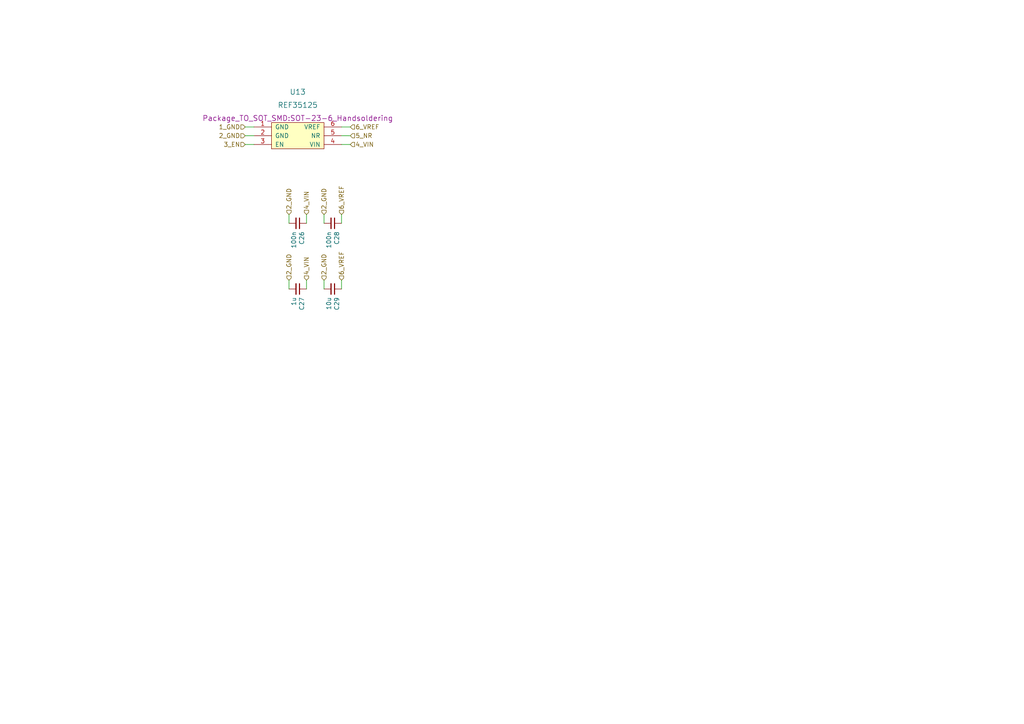
<source format=kicad_sch>
(kicad_sch (version 20230121) (generator eeschema)
  (paper "A4")
  (lib_symbols
    (symbol "FreeEEG16-alpha-adc_mcu:REF35125" (pin_names (offset 1.016))
      (property "Reference" "U?" (at 0 10.16 0))
      (property "Value" "REF35125" (at 0 6.35 0))
      (property "Footprint" "Package_TO_SOT_SMD:SOT-23-5_HandSoldering" (at 0 -6.35 0))
      (symbol "REF35125_0_1"
        (rectangle (start -7.62 3.81) (end 7.62 -3.81) (fill (type background)))
      )
      (symbol "REF35125_1_1"
        (pin input line (at -12.7 2.54 0) (length 5.08) (name "GND") (number "1"))
        (pin input line (at -12.7 0 0) (length 5.08) (name "GND") (number "2"))
        (pin input line (at -12.7 -2.54 0) (length 5.08) (name "EN") (number "3"))
        (pin input line (at 12.7 -2.54 180) (length 5.08) (name "VIN") (number "4"))
        (pin output line (at 12.7 0 180) (length 5.08) (name "NR") (number "5"))
        (pin output line (at 12.7 2.54 180) (length 5.08) (name "VREF") (number "6"))
      )
    )
    (symbol "FreeEEG32-ads131-rescue:C_Small-Device" (pin_numbers hide) (pin_names (offset 0.254) hide)
      (property "Reference" "C" (at 0.254 1.778 0))
      (property "Value" "C_Small-Device" (at 0.254 -2.032 0))
      (symbol "C_Small-Device_0_1"
        (polyline (pts (xy -1.524 -0.508) (xy 1.524 -0.508)) (stroke (width 0.3302)))
        (polyline (pts (xy -1.524 0.508) (xy 1.524 0.508)) (stroke (width 0.3048)))
      )
      (symbol "C_Small-Device_1_1"
        (pin passive line (at 0 2.54 270) (length 2.032) (name "~") (number "1"))
        (pin passive line (at 0 -2.54 90) (length 2.032) (name "~") (number "2"))
      )
    )
  )
  (wire (pts (xy 101.6 41.91) (xy 99.06 41.91)))
  (wire (pts (xy 71.12 36.83) (xy 73.66 36.83)))
  (wire (pts (xy 99.06 62.23) (xy 99.06 64.77)))
  (wire (pts (xy 71.12 41.91) (xy 73.66 41.91)))
  (wire (pts (xy 93.98 81.28) (xy 93.98 83.82)))
  (wire (pts (xy 93.98 62.23) (xy 93.98 64.77)))
  (wire (pts (xy 88.9 81.28) (xy 88.9 83.82)))
  (wire (pts (xy 83.82 81.28) (xy 83.82 83.82)))
  (wire (pts (xy 101.6 39.37) (xy 99.06 39.37)))
  (wire (pts (xy 88.9 62.23) (xy 88.9 64.77)))
  (wire (pts (xy 101.6 36.83) (xy 99.06 36.83)))
  (wire (pts (xy 99.06 81.28) (xy 99.06 83.82)))
  (wire (pts (xy 71.12 39.37) (xy 73.66 39.37)))
  (wire (pts (xy 83.82 62.23) (xy 83.82 64.77)))
  (hierarchical_label "2_GND" (shape input) (at 71.12 39.37 180))
  (hierarchical_label "6_VREF" (shape input) (at 99.06 62.23 90))
  (hierarchical_label "5_NR" (shape input) (at 101.6 39.37 0))
  (hierarchical_label "4_VIN" (shape input) (at 88.9 81.28 90))
  (hierarchical_label "2_GND" (shape input) (at 93.98 81.28 90))
  (hierarchical_label "2_GND" (shape input) (at 93.98 62.23 90))
  (hierarchical_label "4_VIN" (shape input) (at 88.9 62.23 90))
  (hierarchical_label "2_GND" (shape input) (at 83.82 62.23 90))
  (hierarchical_label "3_EN" (shape input) (at 71.12 41.91 180))
  (hierarchical_label "2_GND" (shape input) (at 83.82 81.28 90))
  (hierarchical_label "4_VIN" (shape input) (at 101.6 41.91 0))
  (hierarchical_label "1_GND" (shape input) (at 71.12 36.83 180))
  (hierarchical_label "6_VREF" (shape input) (at 99.06 81.28 90))
  (hierarchical_label "6_VREF" (shape input) (at 101.6 36.83 0))
  (symbol (lib_id "FreeEEG32-ads131-rescue:C_Small-Device") (at 96.52 64.77 270) (unit 1)
    (property "Reference" "C28" (at 97.6884 67.1068 0) (effects (justify left)))
    (property "Value" "100n" (at 95.377 67.1068 0) (effects (justify left)))
    (property "Footprint" "Capacitor_SMD:C_0402_1005Metric" (effects hide))
    (property "MNP" "CL05B104KO5NNNC" (effects hide))
  )
  (symbol (lib_id "FreeEEG32-ads131-rescue:C_Small-Device") (at 86.36 64.77 270) (unit 1)
    (property "Reference" "C26" (at 87.5284 67.1068 0) (effects (justify left)))
    (property "Value" "100n" (at 85.217 67.1068 0) (effects (justify left)))
    (property "Footprint" "Capacitor_SMD:C_0402_1005Metric" (effects hide))
    (property "MNP" "CL05B104KO5NNNC" (effects hide))
  )
  (symbol (lib_id "FreeEEG32-ads131-rescue:C_Small-Device") (at 86.36 83.82 270) (unit 1)
    (property "Reference" "C27" (at 87.5284 86.1568 0) (effects (justify left)))
    (property "Value" "1u" (at 85.217 86.1568 0) (effects (justify left)))
    (property "Footprint" "Capacitor_SMD:C_0603_1608Metric" (effects hide))
    (property "MNP" "CL05B104KO5NNNC" (effects hide))
  )
  (symbol (lib_id "FreeEEG16-alpha-adc_mcu:REF35125") (at 86.36 39.37 0) (unit 1)
    (property "Reference" "U13" (at 86.36 26.67 0) (effects (font (size 1.524 1.524))))
    (property "Value" "REF35125" (at 86.36 30.48 0) (effects (font (size 1.524 1.524))))
    (property "Footprint" "Package_TO_SOT_SMD:SOT-23-6_Handsoldering" (at 86.36 34.29 0) (effects (font (size 1.524 1.524))))
  )
  (symbol (lib_id "FreeEEG32-ads131-rescue:C_Small-Device") (at 96.52 83.82 270) (unit 1)
    (property "Reference" "C29" (at 97.6884 86.1568 0) (effects (justify left)))
    (property "Value" "10u" (at 95.377 86.1568 0) (effects (justify left)))
    (property "Footprint" "Capacitor_SMD:C_0603_1608Metric" (effects hide))
    (property "MNP" "CL05B104KO5NNNC" (effects hide))
  )
)
</source>
